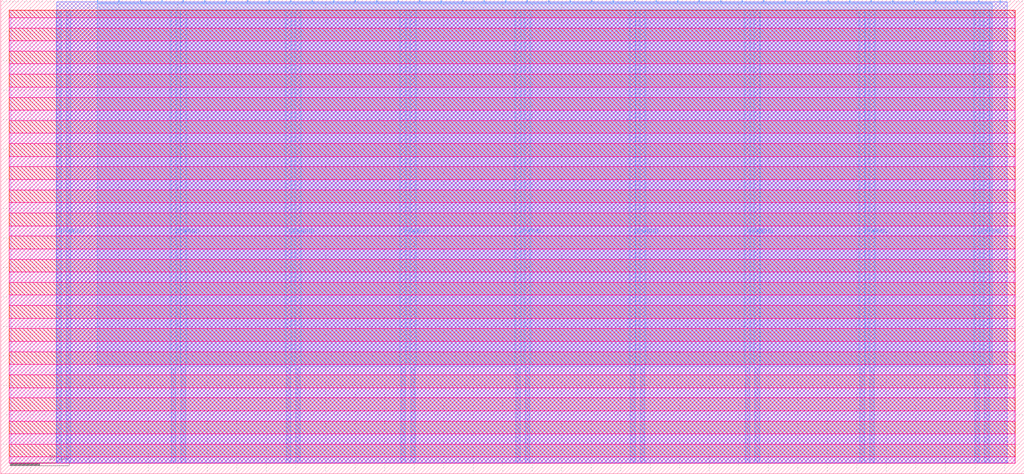
<source format=lef>
VERSION 5.7 ;
  NOWIREEXTENSIONATPIN ON ;
  DIVIDERCHAR "/" ;
  BUSBITCHARS "[]" ;
MACRO tt_um_htfab_cells
  CLASS BLOCK ;
  FOREIGN tt_um_htfab_cells ;
  ORIGIN 0.000 0.000 ;
  SIZE 346.640 BY 160.720 ;
  PIN VGND
    DIRECTION INOUT ;
    USE GROUND ;
    PORT
      LAYER Metal4 ;
        RECT 22.180 3.620 23.780 157.100 ;
    END
    PORT
      LAYER Metal4 ;
        RECT 61.050 3.620 62.650 157.100 ;
    END
    PORT
      LAYER Metal4 ;
        RECT 99.920 3.620 101.520 157.100 ;
    END
    PORT
      LAYER Metal4 ;
        RECT 138.790 3.620 140.390 157.100 ;
    END
    PORT
      LAYER Metal4 ;
        RECT 177.660 3.620 179.260 157.100 ;
    END
    PORT
      LAYER Metal4 ;
        RECT 216.530 3.620 218.130 157.100 ;
    END
    PORT
      LAYER Metal4 ;
        RECT 255.400 3.620 257.000 157.100 ;
    END
    PORT
      LAYER Metal4 ;
        RECT 294.270 3.620 295.870 157.100 ;
    END
    PORT
      LAYER Metal4 ;
        RECT 333.140 3.620 334.740 157.100 ;
    END
  END VGND
  PIN VPWR
    DIRECTION INOUT ;
    USE POWER ;
    PORT
      LAYER Metal4 ;
        RECT 18.880 3.620 20.480 157.100 ;
    END
    PORT
      LAYER Metal4 ;
        RECT 57.750 3.620 59.350 157.100 ;
    END
    PORT
      LAYER Metal4 ;
        RECT 96.620 3.620 98.220 157.100 ;
    END
    PORT
      LAYER Metal4 ;
        RECT 135.490 3.620 137.090 157.100 ;
    END
    PORT
      LAYER Metal4 ;
        RECT 174.360 3.620 175.960 157.100 ;
    END
    PORT
      LAYER Metal4 ;
        RECT 213.230 3.620 214.830 157.100 ;
    END
    PORT
      LAYER Metal4 ;
        RECT 252.100 3.620 253.700 157.100 ;
    END
    PORT
      LAYER Metal4 ;
        RECT 290.970 3.620 292.570 157.100 ;
    END
    PORT
      LAYER Metal4 ;
        RECT 329.840 3.620 331.440 157.100 ;
    END
  END VPWR
  PIN clk
    DIRECTION INPUT ;
    USE SIGNAL ;
    PORT
      LAYER Metal4 ;
        RECT 331.090 159.720 331.390 160.720 ;
    END
  END clk
  PIN ena
    DIRECTION INPUT ;
    USE SIGNAL ;
    PORT
      LAYER Metal4 ;
        RECT 338.370 159.720 338.670 160.720 ;
    END
  END ena
  PIN rst_n
    DIRECTION INPUT ;
    USE SIGNAL ;
    PORT
      LAYER Metal4 ;
        RECT 323.810 159.720 324.110 160.720 ;
    END
  END rst_n
  PIN ui_in[0]
    DIRECTION INPUT ;
    USE SIGNAL ;
    ANTENNAGATEAREA 1.102000 ;
    PORT
      LAYER Metal4 ;
        RECT 316.530 159.720 316.830 160.720 ;
    END
  END ui_in[0]
  PIN ui_in[1]
    DIRECTION INPUT ;
    USE SIGNAL ;
    ANTENNAGATEAREA 0.396000 ;
    PORT
      LAYER Metal4 ;
        RECT 309.250 159.720 309.550 160.720 ;
    END
  END ui_in[1]
  PIN ui_in[2]
    DIRECTION INPUT ;
    USE SIGNAL ;
    ANTENNAGATEAREA 0.396000 ;
    PORT
      LAYER Metal4 ;
        RECT 301.970 159.720 302.270 160.720 ;
    END
  END ui_in[2]
  PIN ui_in[3]
    DIRECTION INPUT ;
    USE SIGNAL ;
    ANTENNAGATEAREA 1.102000 ;
    PORT
      LAYER Metal4 ;
        RECT 294.690 159.720 294.990 160.720 ;
    END
  END ui_in[3]
  PIN ui_in[4]
    DIRECTION INPUT ;
    USE SIGNAL ;
    ANTENNAGATEAREA 2.369000 ;
    PORT
      LAYER Metal4 ;
        RECT 287.410 159.720 287.710 160.720 ;
    END
  END ui_in[4]
  PIN ui_in[5]
    DIRECTION INPUT ;
    USE SIGNAL ;
    ANTENNAGATEAREA 434.113495 ;
    PORT
      LAYER Metal4 ;
        RECT 280.130 159.720 280.430 160.720 ;
    END
  END ui_in[5]
  PIN ui_in[6]
    DIRECTION INPUT ;
    USE SIGNAL ;
    ANTENNAGATEAREA 240.904999 ;
    PORT
      LAYER Metal4 ;
        RECT 272.850 159.720 273.150 160.720 ;
    END
  END ui_in[6]
  PIN ui_in[7]
    DIRECTION INPUT ;
    USE SIGNAL ;
    ANTENNAGATEAREA 211.368988 ;
    PORT
      LAYER Metal4 ;
        RECT 265.570 159.720 265.870 160.720 ;
    END
  END ui_in[7]
  PIN uio_in[0]
    DIRECTION INPUT ;
    USE SIGNAL ;
    ANTENNAGATEAREA 130.108994 ;
    PORT
      LAYER Metal4 ;
        RECT 258.290 159.720 258.590 160.720 ;
    END
  END uio_in[0]
  PIN uio_in[1]
    DIRECTION INPUT ;
    USE SIGNAL ;
    ANTENNAGATEAREA 64.178497 ;
    PORT
      LAYER Metal4 ;
        RECT 251.010 159.720 251.310 160.720 ;
    END
  END uio_in[1]
  PIN uio_in[2]
    DIRECTION INPUT ;
    USE SIGNAL ;
    ANTENNAGATEAREA 43.298500 ;
    PORT
      LAYER Metal4 ;
        RECT 243.730 159.720 244.030 160.720 ;
    END
  END uio_in[2]
  PIN uio_in[3]
    DIRECTION INPUT ;
    USE SIGNAL ;
    PORT
      LAYER Metal4 ;
        RECT 236.450 159.720 236.750 160.720 ;
    END
  END uio_in[3]
  PIN uio_in[4]
    DIRECTION INPUT ;
    USE SIGNAL ;
    PORT
      LAYER Metal4 ;
        RECT 229.170 159.720 229.470 160.720 ;
    END
  END uio_in[4]
  PIN uio_in[5]
    DIRECTION INPUT ;
    USE SIGNAL ;
    PORT
      LAYER Metal4 ;
        RECT 221.890 159.720 222.190 160.720 ;
    END
  END uio_in[5]
  PIN uio_in[6]
    DIRECTION INPUT ;
    USE SIGNAL ;
    PORT
      LAYER Metal4 ;
        RECT 214.610 159.720 214.910 160.720 ;
    END
  END uio_in[6]
  PIN uio_in[7]
    DIRECTION INPUT ;
    USE SIGNAL ;
    PORT
      LAYER Metal4 ;
        RECT 207.330 159.720 207.630 160.720 ;
    END
  END uio_in[7]
  PIN uio_oe[0]
    DIRECTION OUTPUT ;
    USE SIGNAL ;
    ANTENNADIFFAREA 0.360800 ;
    PORT
      LAYER Metal4 ;
        RECT 83.570 159.720 83.870 160.720 ;
    END
  END uio_oe[0]
  PIN uio_oe[1]
    DIRECTION OUTPUT ;
    USE SIGNAL ;
    ANTENNADIFFAREA 0.360800 ;
    PORT
      LAYER Metal4 ;
        RECT 76.290 159.720 76.590 160.720 ;
    END
  END uio_oe[1]
  PIN uio_oe[2]
    DIRECTION OUTPUT ;
    USE SIGNAL ;
    ANTENNADIFFAREA 0.360800 ;
    PORT
      LAYER Metal4 ;
        RECT 69.010 159.720 69.310 160.720 ;
    END
  END uio_oe[2]
  PIN uio_oe[3]
    DIRECTION OUTPUT ;
    USE SIGNAL ;
    ANTENNADIFFAREA 0.360800 ;
    PORT
      LAYER Metal4 ;
        RECT 61.730 159.720 62.030 160.720 ;
    END
  END uio_oe[3]
  PIN uio_oe[4]
    DIRECTION OUTPUT ;
    USE SIGNAL ;
    ANTENNADIFFAREA 0.360800 ;
    PORT
      LAYER Metal4 ;
        RECT 54.450 159.720 54.750 160.720 ;
    END
  END uio_oe[4]
  PIN uio_oe[5]
    DIRECTION OUTPUT ;
    USE SIGNAL ;
    ANTENNADIFFAREA 0.360800 ;
    PORT
      LAYER Metal4 ;
        RECT 47.170 159.720 47.470 160.720 ;
    END
  END uio_oe[5]
  PIN uio_oe[6]
    DIRECTION OUTPUT ;
    USE SIGNAL ;
    ANTENNADIFFAREA 0.360800 ;
    PORT
      LAYER Metal4 ;
        RECT 39.890 159.720 40.190 160.720 ;
    END
  END uio_oe[6]
  PIN uio_oe[7]
    DIRECTION OUTPUT ;
    USE SIGNAL ;
    ANTENNADIFFAREA 0.360800 ;
    PORT
      LAYER Metal4 ;
        RECT 32.610 159.720 32.910 160.720 ;
    END
  END uio_oe[7]
  PIN uio_out[0]
    DIRECTION OUTPUT ;
    USE SIGNAL ;
    ANTENNADIFFAREA 0.360800 ;
    PORT
      LAYER Metal4 ;
        RECT 141.810 159.720 142.110 160.720 ;
    END
  END uio_out[0]
  PIN uio_out[1]
    DIRECTION OUTPUT ;
    USE SIGNAL ;
    ANTENNADIFFAREA 0.360800 ;
    PORT
      LAYER Metal4 ;
        RECT 134.530 159.720 134.830 160.720 ;
    END
  END uio_out[1]
  PIN uio_out[2]
    DIRECTION OUTPUT ;
    USE SIGNAL ;
    ANTENNADIFFAREA 0.360800 ;
    PORT
      LAYER Metal4 ;
        RECT 127.250 159.720 127.550 160.720 ;
    END
  END uio_out[2]
  PIN uio_out[3]
    DIRECTION OUTPUT ;
    USE SIGNAL ;
    ANTENNADIFFAREA 0.360800 ;
    PORT
      LAYER Metal4 ;
        RECT 119.970 159.720 120.270 160.720 ;
    END
  END uio_out[3]
  PIN uio_out[4]
    DIRECTION OUTPUT ;
    USE SIGNAL ;
    ANTENNADIFFAREA 0.360800 ;
    PORT
      LAYER Metal4 ;
        RECT 112.690 159.720 112.990 160.720 ;
    END
  END uio_out[4]
  PIN uio_out[5]
    DIRECTION OUTPUT ;
    USE SIGNAL ;
    ANTENNADIFFAREA 0.360800 ;
    PORT
      LAYER Metal4 ;
        RECT 105.410 159.720 105.710 160.720 ;
    END
  END uio_out[5]
  PIN uio_out[6]
    DIRECTION OUTPUT ;
    USE SIGNAL ;
    ANTENNADIFFAREA 0.360800 ;
    PORT
      LAYER Metal4 ;
        RECT 98.130 159.720 98.430 160.720 ;
    END
  END uio_out[6]
  PIN uio_out[7]
    DIRECTION OUTPUT ;
    USE SIGNAL ;
    ANTENNADIFFAREA 0.360800 ;
    PORT
      LAYER Metal4 ;
        RECT 90.850 159.720 91.150 160.720 ;
    END
  END uio_out[7]
  PIN uo_out[0]
    DIRECTION OUTPUT ;
    USE SIGNAL ;
    ANTENNADIFFAREA 4.389000 ;
    PORT
      LAYER Metal4 ;
        RECT 200.050 159.720 200.350 160.720 ;
    END
  END uo_out[0]
  PIN uo_out[1]
    DIRECTION OUTPUT ;
    USE SIGNAL ;
    ANTENNADIFFAREA 4.389000 ;
    PORT
      LAYER Metal4 ;
        RECT 192.770 159.720 193.070 160.720 ;
    END
  END uo_out[1]
  PIN uo_out[2]
    DIRECTION OUTPUT ;
    USE SIGNAL ;
    ANTENNADIFFAREA 4.389000 ;
    PORT
      LAYER Metal4 ;
        RECT 185.490 159.720 185.790 160.720 ;
    END
  END uo_out[2]
  PIN uo_out[3]
    DIRECTION OUTPUT ;
    USE SIGNAL ;
    ANTENNADIFFAREA 1.071900 ;
    PORT
      LAYER Metal4 ;
        RECT 178.210 159.720 178.510 160.720 ;
    END
  END uo_out[3]
  PIN uo_out[4]
    DIRECTION OUTPUT ;
    USE SIGNAL ;
    ANTENNADIFFAREA 4.389000 ;
    PORT
      LAYER Metal4 ;
        RECT 170.930 159.720 171.230 160.720 ;
    END
  END uo_out[4]
  PIN uo_out[5]
    DIRECTION OUTPUT ;
    USE SIGNAL ;
    ANTENNADIFFAREA 4.389000 ;
    PORT
      LAYER Metal4 ;
        RECT 163.650 159.720 163.950 160.720 ;
    END
  END uo_out[5]
  PIN uo_out[6]
    DIRECTION OUTPUT ;
    USE SIGNAL ;
    ANTENNADIFFAREA 2.069600 ;
    PORT
      LAYER Metal4 ;
        RECT 156.370 159.720 156.670 160.720 ;
    END
  END uo_out[6]
  PIN uo_out[7]
    DIRECTION OUTPUT ;
    USE SIGNAL ;
    ANTENNADIFFAREA 4.389000 ;
    PORT
      LAYER Metal4 ;
        RECT 149.090 159.720 149.390 160.720 ;
    END
  END uo_out[7]
  OBS
      LAYER Nwell ;
        RECT 2.930 154.640 343.710 157.230 ;
      LAYER Pwell ;
        RECT 2.930 151.120 343.710 154.640 ;
      LAYER Nwell ;
        RECT 2.930 146.800 343.710 151.120 ;
      LAYER Pwell ;
        RECT 2.930 143.280 343.710 146.800 ;
      LAYER Nwell ;
        RECT 2.930 138.960 343.710 143.280 ;
      LAYER Pwell ;
        RECT 2.930 135.440 343.710 138.960 ;
      LAYER Nwell ;
        RECT 2.930 131.120 343.710 135.440 ;
      LAYER Pwell ;
        RECT 2.930 127.600 343.710 131.120 ;
      LAYER Nwell ;
        RECT 2.930 123.280 343.710 127.600 ;
      LAYER Pwell ;
        RECT 2.930 119.760 343.710 123.280 ;
      LAYER Nwell ;
        RECT 2.930 115.440 343.710 119.760 ;
      LAYER Pwell ;
        RECT 2.930 111.920 343.710 115.440 ;
      LAYER Nwell ;
        RECT 2.930 107.600 343.710 111.920 ;
      LAYER Pwell ;
        RECT 2.930 104.080 343.710 107.600 ;
      LAYER Nwell ;
        RECT 2.930 99.760 343.710 104.080 ;
      LAYER Pwell ;
        RECT 2.930 96.240 343.710 99.760 ;
      LAYER Nwell ;
        RECT 2.930 91.920 343.710 96.240 ;
      LAYER Pwell ;
        RECT 2.930 88.400 343.710 91.920 ;
      LAYER Nwell ;
        RECT 2.930 84.080 343.710 88.400 ;
      LAYER Pwell ;
        RECT 2.930 80.560 343.710 84.080 ;
      LAYER Nwell ;
        RECT 2.930 76.240 343.710 80.560 ;
      LAYER Pwell ;
        RECT 2.930 72.720 343.710 76.240 ;
      LAYER Nwell ;
        RECT 2.930 68.400 343.710 72.720 ;
      LAYER Pwell ;
        RECT 2.930 64.880 343.710 68.400 ;
      LAYER Nwell ;
        RECT 2.930 60.560 343.710 64.880 ;
      LAYER Pwell ;
        RECT 2.930 57.040 343.710 60.560 ;
      LAYER Nwell ;
        RECT 2.930 52.720 343.710 57.040 ;
      LAYER Pwell ;
        RECT 2.930 49.200 343.710 52.720 ;
      LAYER Nwell ;
        RECT 2.930 44.880 343.710 49.200 ;
      LAYER Pwell ;
        RECT 2.930 41.360 343.710 44.880 ;
      LAYER Nwell ;
        RECT 2.930 37.040 343.710 41.360 ;
      LAYER Pwell ;
        RECT 2.930 33.520 343.710 37.040 ;
      LAYER Nwell ;
        RECT 2.930 29.200 343.710 33.520 ;
      LAYER Pwell ;
        RECT 2.930 25.680 343.710 29.200 ;
      LAYER Nwell ;
        RECT 2.930 21.360 343.710 25.680 ;
      LAYER Pwell ;
        RECT 2.930 17.840 343.710 21.360 ;
      LAYER Nwell ;
        RECT 2.930 13.520 343.710 17.840 ;
      LAYER Pwell ;
        RECT 2.930 10.000 343.710 13.520 ;
      LAYER Nwell ;
        RECT 2.930 5.680 343.710 10.000 ;
      LAYER Pwell ;
        RECT 2.930 3.490 343.710 5.680 ;
      LAYER Metal1 ;
        RECT 3.360 3.620 343.280 157.100 ;
      LAYER Metal2 ;
        RECT 19.020 3.730 340.900 160.070 ;
      LAYER Metal3 ;
        RECT 18.970 3.780 340.950 160.020 ;
      LAYER Metal4 ;
        RECT 33.210 159.420 39.590 159.720 ;
        RECT 40.490 159.420 46.870 159.720 ;
        RECT 47.770 159.420 54.150 159.720 ;
        RECT 55.050 159.420 61.430 159.720 ;
        RECT 62.330 159.420 68.710 159.720 ;
        RECT 69.610 159.420 75.990 159.720 ;
        RECT 76.890 159.420 83.270 159.720 ;
        RECT 84.170 159.420 90.550 159.720 ;
        RECT 91.450 159.420 97.830 159.720 ;
        RECT 98.730 159.420 105.110 159.720 ;
        RECT 106.010 159.420 112.390 159.720 ;
        RECT 113.290 159.420 119.670 159.720 ;
        RECT 120.570 159.420 126.950 159.720 ;
        RECT 127.850 159.420 134.230 159.720 ;
        RECT 135.130 159.420 141.510 159.720 ;
        RECT 142.410 159.420 148.790 159.720 ;
        RECT 149.690 159.420 156.070 159.720 ;
        RECT 156.970 159.420 163.350 159.720 ;
        RECT 164.250 159.420 170.630 159.720 ;
        RECT 171.530 159.420 177.910 159.720 ;
        RECT 178.810 159.420 185.190 159.720 ;
        RECT 186.090 159.420 192.470 159.720 ;
        RECT 193.370 159.420 199.750 159.720 ;
        RECT 200.650 159.420 207.030 159.720 ;
        RECT 207.930 159.420 214.310 159.720 ;
        RECT 215.210 159.420 221.590 159.720 ;
        RECT 222.490 159.420 228.870 159.720 ;
        RECT 229.770 159.420 236.150 159.720 ;
        RECT 237.050 159.420 243.430 159.720 ;
        RECT 244.330 159.420 250.710 159.720 ;
        RECT 251.610 159.420 257.990 159.720 ;
        RECT 258.890 159.420 265.270 159.720 ;
        RECT 266.170 159.420 272.550 159.720 ;
        RECT 273.450 159.420 279.830 159.720 ;
        RECT 280.730 159.420 287.110 159.720 ;
        RECT 288.010 159.420 294.390 159.720 ;
        RECT 295.290 159.420 301.670 159.720 ;
        RECT 302.570 159.420 308.950 159.720 ;
        RECT 309.850 159.420 316.230 159.720 ;
        RECT 317.130 159.420 323.510 159.720 ;
        RECT 324.410 159.420 330.790 159.720 ;
        RECT 331.690 159.420 335.860 159.720 ;
        RECT 32.620 157.400 335.860 159.420 ;
        RECT 32.620 36.490 57.450 157.400 ;
        RECT 59.650 36.490 60.750 157.400 ;
        RECT 62.950 36.490 96.320 157.400 ;
        RECT 98.520 36.490 99.620 157.400 ;
        RECT 101.820 36.490 135.190 157.400 ;
        RECT 137.390 36.490 138.490 157.400 ;
        RECT 140.690 36.490 174.060 157.400 ;
        RECT 176.260 36.490 177.360 157.400 ;
        RECT 179.560 36.490 212.930 157.400 ;
        RECT 215.130 36.490 216.230 157.400 ;
        RECT 218.430 36.490 251.800 157.400 ;
        RECT 254.000 36.490 255.100 157.400 ;
        RECT 257.300 36.490 290.670 157.400 ;
        RECT 292.870 36.490 293.970 157.400 ;
        RECT 296.170 36.490 329.540 157.400 ;
        RECT 331.740 36.490 332.840 157.400 ;
        RECT 335.040 36.490 335.860 157.400 ;
  END
END tt_um_htfab_cells
END LIBRARY


</source>
